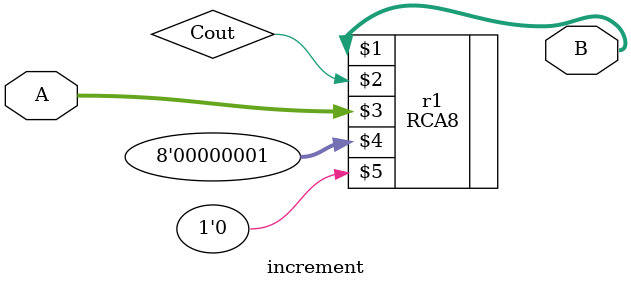
<source format=v>
module increment(B,A);

    input [7:0] A;
    output [7:0] B;
    wire Cout;

    // Adding the number and 1
    RCA8 r1(B,Cout,A,8'b00000001, 1'b0);

endmodule

// Adding 1 to the first number using the RCA Module
</source>
